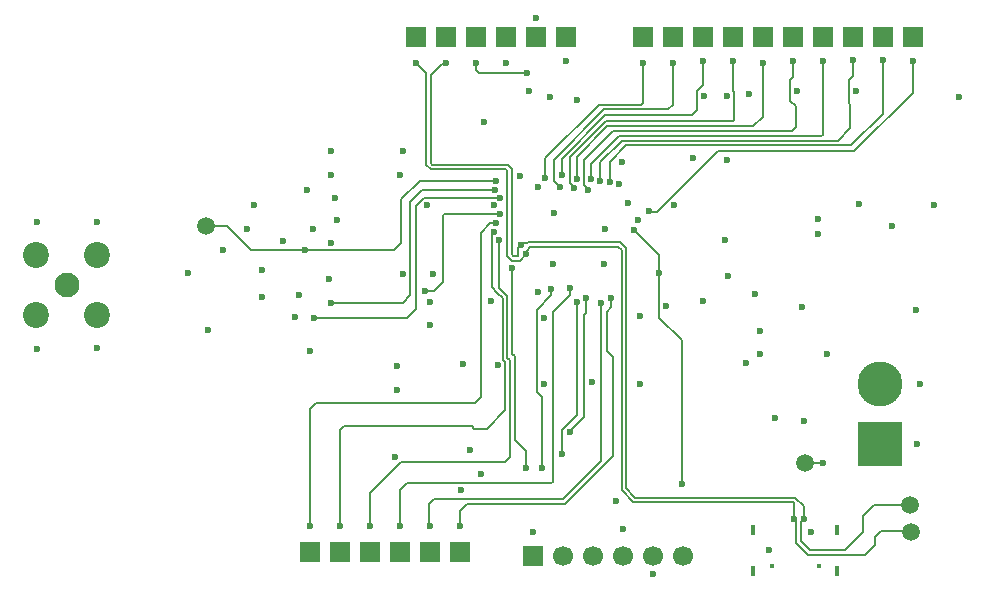
<source format=gbl>
G04*
G04 #@! TF.GenerationSoftware,Altium Limited,Altium Designer,22.11.1 (43)*
G04*
G04 Layer_Physical_Order=4*
G04 Layer_Color=16711680*
%FSLAX44Y44*%
%MOMM*%
G71*
G04*
G04 #@! TF.SameCoordinates,E6D3E11C-7143-476E-830C-3C019F3168AE*
G04*
G04*
G04 #@! TF.FilePolarity,Positive*
G04*
G01*
G75*
%ADD13C,0.2000*%
%ADD79C,1.5000*%
%ADD87C,2.1000*%
%ADD88C,2.2000*%
%ADD89R,1.7000X1.7000*%
%ADD90R,1.8000X1.8000*%
%ADD91C,1.7000*%
%ADD92R,3.8100X3.8100*%
%ADD93C,3.8100*%
%ADD94C,0.4000*%
G04:AMPARAMS|DCode=95|XSize=0.9mm|YSize=0.3mm|CornerRadius=0.075mm|HoleSize=0mm|Usage=FLASHONLY|Rotation=270.000|XOffset=0mm|YOffset=0mm|HoleType=Round|Shape=RoundedRectangle|*
%AMROUNDEDRECTD95*
21,1,0.9000,0.1500,0,0,270.0*
21,1,0.7500,0.3000,0,0,270.0*
1,1,0.1500,-0.0750,-0.3750*
1,1,0.1500,-0.0750,0.3750*
1,1,0.1500,0.0750,0.3750*
1,1,0.1500,0.0750,-0.3750*
%
%ADD95ROUNDEDRECTD95*%
%ADD96C,0.6000*%
D13*
X879460Y577230D02*
X885840D01*
X937260Y628650D01*
X878840Y577850D02*
X879460Y577230D01*
X796290Y506730D02*
Y511810D01*
X783940Y425100D02*
Y494380D01*
X796290Y506730D01*
X783940Y425100D02*
X788670Y420370D01*
Y360680D02*
Y420370D01*
X854894Y551572D02*
X859980Y546487D01*
X853238Y547572D02*
X855980Y544830D01*
X843630Y459390D02*
X848360Y454660D01*
Y370840D02*
Y454660D01*
X855980Y341630D02*
Y544830D01*
X807720Y330200D02*
X848360Y370840D01*
X778578Y547572D02*
X853238D01*
X859980Y343287D02*
Y546487D01*
X776921Y551572D02*
X854894D01*
X855980Y341630D02*
X866042Y331568D01*
X838200Y366337D02*
Y500380D01*
X806162Y334298D02*
X838200Y366337D01*
X811963Y391593D02*
X824230Y403860D01*
Y489815D02*
X825880Y491465D01*
X824230Y403860D02*
Y489815D01*
X818395Y405645D02*
Y501365D01*
X805180Y392430D02*
X818395Y405645D01*
X797560Y348802D02*
Y492355D01*
X674020Y347630D02*
X796388D01*
X797560Y348802D01*
Y492355D02*
X812285Y507080D01*
X668020Y341630D02*
X674020Y347630D01*
X718820Y323850D02*
X725170Y330200D01*
X697518Y334298D02*
X806162D01*
X725170Y330200D02*
X807720D01*
X692978Y329758D02*
X697518Y334298D01*
X750570Y508865D02*
X755300Y504135D01*
X741680Y393700D02*
X757490Y409510D01*
X755300Y452415D02*
X757490Y450225D01*
X745840Y513595D02*
X750570Y508865D01*
X755300Y452415D02*
Y504135D01*
X757490Y409510D02*
Y450225D01*
X757368Y365760D02*
X761490Y369882D01*
X759300Y454072D02*
Y505792D01*
X763300Y457264D02*
Y529560D01*
X765490Y383860D02*
Y455074D01*
X759300Y454072D02*
X761490Y451882D01*
Y369882D02*
Y451882D01*
X763270Y529590D02*
X763300Y529560D01*
Y457264D02*
X765490Y455074D01*
Y383860D02*
X774700Y374650D01*
X751840Y513252D02*
X759300Y505792D01*
X669290Y365760D02*
X757368D01*
X736600Y420272D02*
Y559665D01*
X731618Y415290D02*
X736600Y420272D01*
Y559665D02*
X744560Y567625D01*
X774700Y360680D02*
Y374650D01*
X718820Y311150D02*
Y323850D01*
X887730Y487680D02*
X906780Y468630D01*
X887730Y487680D02*
Y525780D01*
X906780Y346710D02*
Y468630D01*
X1016000Y364490D02*
X1026160D01*
X732790Y697230D02*
Y703580D01*
Y697230D02*
X735330Y694690D01*
X775970D01*
X845820Y619760D02*
X859790Y633730D01*
X1050290D01*
X845820Y602370D02*
Y619760D01*
X837873Y603288D02*
Y619433D01*
X853820Y641730D02*
X1024988D01*
X856170Y637730D02*
X1039050D01*
X830113Y605233D02*
Y618023D01*
X853820Y641730D01*
X837873Y619433D02*
X856170Y637730D01*
X824113Y600476D02*
Y620913D01*
X848930Y645730D01*
X1000060D01*
X521970Y565150D02*
X542290Y544830D01*
X588010D01*
X662940D01*
X504190Y565150D02*
X521970D01*
X824113Y600476D02*
X827832Y596757D01*
X798747Y603741D02*
X803832Y598657D01*
X812113Y602257D02*
Y623558D01*
X827832Y595975D02*
Y596757D01*
X798747Y603741D02*
Y612057D01*
X818113Y605159D02*
Y623901D01*
X812113Y602257D02*
X815832Y598538D01*
Y597491D02*
Y598538D01*
X688439Y588975D02*
X753270D01*
X681990Y582525D02*
X688439Y588975D01*
X595630Y487680D02*
X674370D01*
X681990Y495300D01*
X676910Y506730D02*
Y585470D01*
X670560Y500380D02*
X676910Y506730D01*
X609600Y500380D02*
X670560D01*
X681990Y495300D02*
Y582525D01*
X706022Y575422D02*
X753270D01*
X704850Y574250D02*
X706022Y575422D01*
X704850Y518160D02*
Y574250D01*
X689610Y510540D02*
X697230D01*
X704850Y518160D01*
X676910Y585470D02*
X687285Y595845D01*
X744560Y567625D02*
X748690D01*
X687285Y595845D02*
X749172D01*
X662940Y544830D02*
X669290Y551180D01*
Y588010D01*
X685124Y603844D01*
X749310D01*
X762785Y536180D02*
X769577D01*
X763270Y541352D02*
Y613895D01*
X695862Y617410D02*
X759755D01*
X758098Y613410D02*
X759270Y612238D01*
Y539695D02*
Y612238D01*
X759755Y617410D02*
X763270Y613895D01*
X694205Y613410D02*
X758098D01*
X690690Y616925D02*
Y694880D01*
X694690Y618582D02*
X695862Y617410D01*
X690690Y616925D02*
X694205Y613410D01*
X694690Y618582D02*
Y693420D01*
X763270Y541352D02*
X764442Y540180D01*
X759270Y539695D02*
X762785Y536180D01*
X764442Y540180D02*
X767920D01*
X770030Y549050D02*
X770890D01*
X767920Y546940D02*
X770030Y549050D01*
X774824Y541427D02*
X775589Y542193D01*
X767920Y540180D02*
Y546940D01*
X769577Y536180D02*
X774824Y541427D01*
X1069340Y328930D02*
X1099820D01*
X1060450Y320040D02*
X1069340Y328930D01*
X1010030Y317500D02*
Y328550D01*
X1008030Y315500D02*
X1010030Y317500D01*
X867698Y335568D02*
X1003012D01*
X1010030Y328550D01*
X859980Y343287D02*
X867698Y335568D01*
X1060450Y306070D02*
Y320040D01*
X1045210Y290830D02*
X1060450Y306070D01*
X1015650Y290830D02*
X1045210D01*
X1008030Y298450D02*
X1015650Y290830D01*
X1008030Y298450D02*
Y315500D01*
X706625Y702815D02*
X707390Y703580D01*
X771655Y550675D02*
X776024D01*
X704085Y702815D02*
X706625D01*
X694690Y693420D02*
X704085Y702815D01*
X776024Y550675D02*
X776921Y551572D01*
X770890Y549910D02*
X771655Y550675D01*
X1002030Y317500D02*
X1004030Y315500D01*
X1075690Y307340D02*
X1099820D01*
X1101090Y306070D01*
X866042Y331568D02*
X1001355D01*
X1002030Y317500D02*
Y330893D01*
X1001355Y331568D02*
X1002030Y330893D01*
X1070610Y295333D02*
Y302260D01*
X1075690Y307340D01*
X1013993Y286830D02*
X1062107D01*
X1070610Y295333D01*
X1004030Y296793D02*
X1013993Y286830D01*
X1004030Y296793D02*
Y315500D01*
X775589Y544583D02*
X778578Y547572D01*
X681990Y703580D02*
X690690Y694880D01*
X775589Y542193D02*
Y544583D01*
X747724Y559497D02*
Y560580D01*
X745840Y557613D02*
X747724Y559497D01*
X745840Y513595D02*
Y557613D01*
X748690Y567625D02*
X749455Y568390D01*
X751840Y513252D02*
Y553720D01*
X596900Y415290D02*
X731618D01*
X591820Y311150D02*
Y410210D01*
X596900Y415290D01*
X617220Y311150D02*
Y392430D01*
X620680Y395890D01*
X728980D01*
X731170Y393700D01*
X741680D01*
X642620Y311150D02*
Y339090D01*
X669290Y365760D01*
X668020Y311150D02*
Y341630D01*
X811963Y390727D02*
Y391593D01*
X805180Y372110D02*
Y392430D01*
X692978Y311592D02*
Y329758D01*
X812285Y507080D02*
Y512675D01*
X812690Y513080D01*
X692978Y311592D02*
X693420Y311150D01*
X843630Y459390D02*
Y493056D01*
X847090Y496516D01*
Y504190D01*
X825880Y491465D02*
Y504190D01*
X791516Y606300D02*
Y622606D01*
X798830Y612140D02*
Y621607D01*
X841433Y664210D01*
X798747Y612057D02*
X798830Y612140D01*
X841433Y664210D02*
X895350D01*
X837120Y668210D02*
X872490D01*
X791516Y622606D02*
X837120Y668210D01*
X872490D02*
X873760Y669480D01*
Y703580D01*
X805180Y608330D02*
Y622300D01*
X812113Y623558D02*
X842605Y654050D01*
X805180Y622300D02*
X842010Y659130D01*
X915670D01*
X895350Y664210D02*
X899160Y668020D01*
Y703580D01*
X937260Y628650D02*
X1052830D01*
X887730Y525780D02*
Y540520D01*
X866092Y562158D02*
X887730Y540520D01*
X1052830Y628650D02*
X1102360Y678180D01*
X1026160Y642902D02*
Y704850D01*
X1039050Y637730D02*
X1049462Y648142D01*
X967230Y649730D02*
X975360Y657860D01*
X843941Y649730D02*
X967230D01*
X818113Y623901D02*
X843941Y649730D01*
X1000060Y645730D02*
X1003300Y648970D01*
X1024988Y641730D02*
X1026160Y642902D01*
X1050290Y633730D02*
X1076960Y660400D01*
X1102360Y678180D02*
Y704850D01*
X1076960Y660400D02*
Y706120D01*
X842605Y654050D02*
X950058D01*
X951230Y655222D02*
Y678860D01*
X950058Y654050D02*
X951230Y655222D01*
X915670Y659130D02*
X919830Y663290D01*
Y679800D02*
X924560Y684530D01*
Y704850D01*
X919830Y663290D02*
Y679800D01*
X949960Y680130D02*
Y704850D01*
Y680130D02*
X951230Y678860D01*
X975360Y657860D02*
Y703580D01*
X998570Y671486D02*
Y689271D01*
Y671486D02*
X1003300Y666756D01*
X1000760Y691461D02*
Y704850D01*
X998570Y689271D02*
X1000760Y691461D01*
X1003300Y648970D02*
Y666756D01*
X1049462Y648142D02*
Y668026D01*
X1048100Y669387D02*
X1049462Y668026D01*
X1048100Y669387D02*
Y689271D01*
X1051560Y692731D02*
Y706120D01*
X1048100Y689271D02*
X1051560Y692731D01*
D79*
X1010920Y364490D02*
D03*
X504190Y565150D02*
D03*
X1099820Y328930D02*
D03*
X1101090Y306070D02*
D03*
D87*
X386080Y515620D02*
D03*
D88*
X360580Y490120D02*
D03*
Y541120D02*
D03*
X411580Y490120D02*
D03*
Y541120D02*
D03*
D89*
X808990Y725170D02*
D03*
X783590D02*
D03*
X758190D02*
D03*
X732790D02*
D03*
X707390D02*
D03*
X681990D02*
D03*
X781050Y285750D02*
D03*
D90*
X718820Y289560D02*
D03*
X693420D02*
D03*
X668020D02*
D03*
X642620D02*
D03*
X617220D02*
D03*
X591820D02*
D03*
X1102360Y725170D02*
D03*
X1076960D02*
D03*
X1051560D02*
D03*
X1026160D02*
D03*
X1000760D02*
D03*
X975360D02*
D03*
X949960D02*
D03*
X924560D02*
D03*
X899160D02*
D03*
X873760D02*
D03*
D91*
X882650Y285750D02*
D03*
X857250D02*
D03*
X831850D02*
D03*
X806450D02*
D03*
X908050D02*
D03*
D92*
X1074420Y381000D02*
D03*
D93*
Y431800D02*
D03*
D94*
X983000Y277830D02*
D03*
X1023000D02*
D03*
D95*
X967250Y308080D02*
D03*
Y273580D02*
D03*
X1038750D02*
D03*
Y308080D02*
D03*
D96*
X878840Y577850D02*
D03*
X789940Y431800D02*
D03*
Y487680D02*
D03*
X871220Y431450D02*
D03*
X788670Y360680D02*
D03*
X751490Y447740D02*
D03*
X774700Y360680D02*
D03*
X893730Y497840D02*
D03*
X906780Y346710D02*
D03*
X796290Y511810D02*
D03*
X763270Y529590D02*
D03*
X775970Y694690D02*
D03*
X855980Y619760D02*
D03*
X857250Y308610D02*
D03*
X579861Y488765D02*
D03*
X568960Y552450D02*
D03*
X544830Y582930D02*
D03*
X613410Y589280D02*
D03*
X614680Y570230D02*
D03*
X551180Y528320D02*
D03*
X900430Y582930D02*
D03*
X815832Y597491D02*
D03*
X803832Y598657D02*
D03*
X818113Y605159D02*
D03*
X827832Y595975D02*
D03*
X589280Y595630D02*
D03*
X518160Y544830D02*
D03*
X538480Y562610D02*
D03*
X594360Y562610D02*
D03*
X689610Y510540D02*
D03*
X696042Y524510D02*
D03*
X693420Y501270D02*
D03*
X670560Y524510D02*
D03*
X749310Y603844D02*
D03*
X769840Y607685D02*
D03*
X749172Y595845D02*
D03*
X753270Y588975D02*
D03*
X753270Y575422D02*
D03*
X595630Y487680D02*
D03*
X609600Y500380D02*
D03*
X588010Y544830D02*
D03*
X770890Y549050D02*
D03*
X1010030Y317500D02*
D03*
X1002030D02*
D03*
X774824Y541427D02*
D03*
X681990Y703580D02*
D03*
X707390D02*
D03*
X747724Y560580D02*
D03*
X749455Y568390D02*
D03*
X751840Y553720D02*
D03*
X745490Y501650D02*
D03*
X784860Y509270D02*
D03*
X818395Y501365D02*
D03*
X811963Y390727D02*
D03*
X720090Y341630D02*
D03*
X847090Y504190D02*
D03*
X838200Y500380D02*
D03*
X825880Y504190D02*
D03*
X668020Y311150D02*
D03*
X591820D02*
D03*
X617220D02*
D03*
X642620D02*
D03*
X693420D02*
D03*
X718820D02*
D03*
X784860Y598170D02*
D03*
X791516Y606300D02*
D03*
X805180Y608330D02*
D03*
X869950Y570230D02*
D03*
X866092Y562158D02*
D03*
X916015Y622650D02*
D03*
X861207Y584813D02*
D03*
X944880Y621030D02*
D03*
X853746Y601287D02*
D03*
X830113Y605233D02*
D03*
X668020Y608330D02*
D03*
X609600Y608330D02*
D03*
X1076960Y706120D02*
D03*
X873760Y703580D02*
D03*
X899160D02*
D03*
X924560Y704850D02*
D03*
X949960D02*
D03*
X975360Y703580D02*
D03*
X1000760Y704850D02*
D03*
X1026160D02*
D03*
X1051560Y706120D02*
D03*
X1102360Y704850D02*
D03*
X808990D02*
D03*
X732790Y703580D02*
D03*
X758190D02*
D03*
X1004570Y679450D02*
D03*
X944880Y675640D02*
D03*
X963930Y676910D02*
D03*
X837873Y603288D02*
D03*
X845820Y602370D02*
D03*
X887730Y525780D02*
D03*
X812690Y513080D02*
D03*
X805180Y372110D02*
D03*
X924560Y501650D02*
D03*
X943610Y553720D02*
D03*
X693420Y481330D02*
D03*
X985520Y402590D02*
D03*
X360680Y461010D02*
D03*
X411480Y462280D02*
D03*
X664210Y369570D02*
D03*
X591820Y459740D02*
D03*
X505460Y477520D02*
D03*
X582930Y506730D02*
D03*
X727710Y375920D02*
D03*
X488950Y525780D02*
D03*
X360680Y568960D02*
D03*
X411480D02*
D03*
X777240Y679450D02*
D03*
X830580Y433070D02*
D03*
X882650Y270510D02*
D03*
X980440Y290830D02*
D03*
X946150Y523240D02*
D03*
X1106170Y381000D02*
D03*
X1029970Y457200D02*
D03*
X1104900Y494030D02*
D03*
X797560Y533400D02*
D03*
X840740D02*
D03*
X842010Y562610D02*
D03*
X798830Y576580D02*
D03*
X783590Y741680D02*
D03*
X1022350Y571500D02*
D03*
X1084580Y565150D02*
D03*
X1141730Y674370D02*
D03*
X551434Y505460D02*
D03*
X608330Y520700D02*
D03*
X609600Y551180D02*
D03*
X609600Y628650D02*
D03*
X1120140Y582930D02*
D03*
X781050Y306070D02*
D03*
X665480Y426720D02*
D03*
Y447040D02*
D03*
X670560Y628650D02*
D03*
X690880Y582930D02*
D03*
X739840Y653350D02*
D03*
X795020Y674370D02*
D03*
X817880Y671830D02*
D03*
X925830Y675640D02*
D03*
X1054100Y679450D02*
D03*
X736600Y355600D02*
D03*
X721360Y448310D02*
D03*
X748030Y582930D02*
D03*
X850900Y332740D02*
D03*
X871220Y488950D02*
D03*
X1022350Y558800D02*
D03*
X1056640Y584200D02*
D03*
X1008380Y496570D02*
D03*
X961390Y449580D02*
D03*
X972820Y457200D02*
D03*
Y476250D02*
D03*
X969010Y508000D02*
D03*
X1026160Y364490D02*
D03*
X1016000Y306070D02*
D03*
X1010220Y400477D02*
D03*
X1108710Y431800D02*
D03*
M02*

</source>
